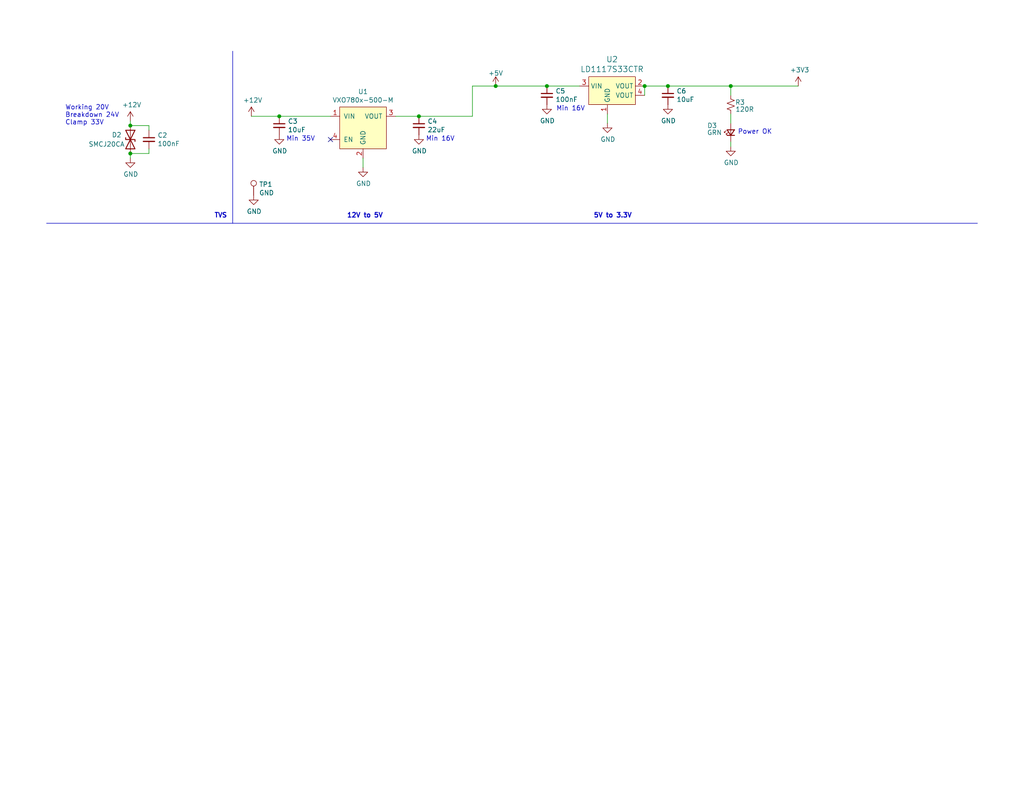
<source format=kicad_sch>
(kicad_sch (version 20230121) (generator eeschema)
  (paper "USLetter")
  (title_block (title "Dingo_PDM") (date "2023-04-01") (rev "v5") (comment 3 "github.com/corygrant") (comment 4 "Cory Grant"))
  (lib_symbols
    (symbol "CUI_Regulators:VXO780x-500-M" (pin_names (offset 1.016))
      (property "Reference" "U" (at 3.81 -7.62 0))
      (property "Value" "VXO780x-500-M" (at 0 6.35 0))
      (symbol "VXO780x-500-M_0_1"
        (rectangle (start -6.35 5.08) (end 6.35 -6.35) (fill (type background)))
      )
      (symbol "VXO780x-500-M_1_1"
        (pin power_in line (at -8.89 2.54 0) (length 2.54) (name "VIN") (number "1"))
        (pin power_in line (at 0 -8.89 90) (length 2.54) (name "GND") (number "2"))
        (pin power_out line (at 8.89 2.54 180) (length 2.54) (name "VOUT") (number "3"))
        (pin input line (at -8.89 -3.81 0) (length 2.54) (name "EN") (number "4"))
      )
    )
    (symbol "Connector:TestPoint" (pin_numbers hide) (pin_names (offset 0.762) hide)
      (property "Reference" "TP" (at 0 6.858 0))
      (property "Value" "TestPoint" (at 0 5.08 0))
      (symbol "TestPoint_0_1"
        (circle (center 0 3.302) (radius 0.762))
      )
      (symbol "TestPoint_1_1"
        (pin passive line (at 0 0 90) (length 2.54) (name "1") (number "1"))
      )
    )
    (symbol "Device:C_Small" (pin_numbers hide) (pin_names (offset 0.254) hide)
      (property "Reference" "C" (at 0.254 1.778 0))
      (property "Value" "C_Small" (at 0.254 -2.032 0))
      (symbol "C_Small_0_1"
        (polyline (pts (xy -1.524 -0.508) (xy 1.524 -0.508)) (stroke (width 0.3302)))
        (polyline (pts (xy -1.524 0.508) (xy 1.524 0.508)) (stroke (width 0.3048)))
      )
      (symbol "C_Small_1_1"
        (pin passive line (at 0 2.54 270) (length 2.032) (name "~") (number "1"))
        (pin passive line (at 0 -2.54 90) (length 2.032) (name "~") (number "2"))
      )
    )
    (symbol "Device:D_TVS" (pin_numbers hide) (pin_names (offset 1.016) hide)
      (property "Reference" "D" (at 0 2.54 0))
      (property "Value" "D_TVS" (at 0 -2.54 0))
      (symbol "D_TVS_0_1"
        (polyline (pts (xy 1.27 0) (xy -1.27 0)))
        (polyline (pts (xy 0.508 1.27) (xy 0 1.27) (xy 0 -1.27) (xy -0.508 -1.27)) (stroke (width 0.254)))
        (polyline (pts (xy -2.54 1.27) (xy -2.54 -1.27) (xy 2.54 1.27) (xy 2.54 -1.27) (xy -2.54 1.27)) (stroke (width 0.254)))
      )
      (symbol "D_TVS_1_1"
        (pin passive line (at -3.81 0 0) (length 2.54) (name "A1") (number "1"))
        (pin passive line (at 3.81 0 180) (length 2.54) (name "A2") (number "2"))
      )
    )
    (symbol "Device:LED_Small" (pin_numbers hide) (pin_names (offset 0.254) hide)
      (property "Reference" "D" (at -1.27 3.175 0))
      (property "Value" "LED_Small" (at -4.445 -2.54 0))
      (symbol "LED_Small_0_1"
        (polyline (pts (xy -0.762 -1.016) (xy -0.762 1.016)) (stroke (width 0.254)))
        (polyline (pts (xy 1.016 0) (xy -0.762 0)))
        (polyline (pts (xy 0.762 -1.016) (xy -0.762 0) (xy 0.762 1.016) (xy 0.762 -1.016)) (stroke (width 0.254)))
        (polyline (pts (xy 0 0.762) (xy -0.508 1.27) (xy -0.254 1.27) (xy -0.508 1.27) (xy -0.508 1.016)))
        (polyline (pts (xy 0.508 1.27) (xy 0 1.778) (xy 0.254 1.778) (xy 0 1.778) (xy 0 1.524)))
      )
      (symbol "LED_Small_1_1"
        (pin passive line (at -2.54 0 0) (length 1.778) (name "K") (number "1"))
        (pin passive line (at 2.54 0 180) (length 1.778) (name "A") (number "2"))
      )
    )
    (symbol "Device:R_Small_US" (pin_numbers hide) (pin_names (offset 0.254) hide)
      (property "Reference" "R" (at 0.762 0.508 0))
      (property "Value" "R_Small_US" (at 0.762 -1.016 0))
      (symbol "R_Small_US_1_1"
        (polyline (pts (xy 0 0) (xy 1.016 -0.381) (xy 0 -0.762) (xy -1.016 -1.143) (xy 0 -1.524)))
        (polyline (pts (xy 0 1.524) (xy 1.016 1.143) (xy 0 0.762) (xy -1.016 0.381) (xy 0 0)))
        (pin passive line (at 0 2.54 270) (length 1.016) (name "~") (number "1"))
        (pin passive line (at 0 -2.54 90) (length 1.016) (name "~") (number "2"))
      )
    )
    (symbol "dk_PMIC-Voltage-Regulators-Linear:LD1117S33CTR"
      (property "Reference" "U" (at 1.27 3.81 0))
      (property "Value" "LD1117S33CTR" (at 1.27 6.35 0))
      (symbol "LD1117S33CTR_1_1"
        (rectangle (start -5.08 2.54) (end 7.62 -5.08) (fill (type background)))
        (pin power_in line (at 0 -7.62 90) (length 2.54) (name "GND") (number "1"))
        (pin power_out line (at 10.16 0 180) (length 2.54) (name "VOUT") (number "2"))
        (pin power_in line (at -7.62 0 0) (length 2.54) (name "VIN") (number "3"))
        (pin power_out line (at 10.16 -2.54 180) (length 2.54) (name "VOUT") (number "4"))
      )
    )
    (symbol "power:+12V" (power) (pin_names (offset 0))
      (property "Value" "+12V" (at 0 3.556 0))
      (symbol "+12V_0_1"
        (polyline (pts (xy -0.762 1.27) (xy 0 2.54)))
        (polyline (pts (xy 0 0) (xy 0 2.54)))
        (polyline (pts (xy 0 2.54) (xy 0.762 1.27)))
      )
      (symbol "+12V_1_1"
        (pin power_in line (at 0 0 90) (length 0) hide (name "+12V") (number "1"))
      )
    )
    (symbol "power:+3V3" (power) (pin_names (offset 0))
      (property "Value" "+3V3" (at 0 3.556 0))
      (symbol "+3V3_0_1"
        (polyline (pts (xy -0.762 1.27) (xy 0 2.54)))
        (polyline (pts (xy 0 0) (xy 0 2.54)))
        (polyline (pts (xy 0 2.54) (xy 0.762 1.27)))
      )
      (symbol "+3V3_1_1"
        (pin power_in line (at 0 0 90) (length 0) hide (name "+3V3") (number "1"))
      )
    )
    (symbol "power:+5V" (power) (pin_names (offset 0))
      (property "Value" "+5V" (at 0 3.556 0))
      (symbol "+5V_0_1"
        (polyline (pts (xy -0.762 1.27) (xy 0 2.54)))
        (polyline (pts (xy 0 0) (xy 0 2.54)))
        (polyline (pts (xy 0 2.54) (xy 0.762 1.27)))
      )
      (symbol "+5V_1_1"
        (pin power_in line (at 0 0 90) (length 0) hide (name "+5V") (number "1"))
      )
    )
    (symbol "power:GND" (power) (pin_names (offset 0))
      (property "Value" "GND" (at 0 -3.81 0))
      (symbol "GND_0_1"
        (polyline (pts (xy 0 0) (xy 0 -1.27) (xy 1.27 -1.27) (xy 0 -2.54) (xy -1.27 -1.27) (xy 0 -1.27)))
      )
      (symbol "GND_1_1"
        (pin power_in line (at 0 0 270) (length 0) hide (name "GND") (number "1"))
      )
    )
  )
  (junction (at 35.56 41.91))
  (junction (at 175.895 23.495))
  (junction (at 199.39 23.495))
  (junction (at 135.255 23.495))
  (junction (at 114.3 31.75))
  (junction (at 149.225 23.495))
  (junction (at 76.2 31.75))
  (junction (at 35.56 34.29))
  (junction (at 182.245 23.495))
  (no_connect (at 90.17 38.1))
  (wire (pts (xy 35.56 41.91) (xy 40.64 41.91)))
  (wire (pts (xy 107.95 31.75) (xy 114.3 31.75)))
  (polyline (pts (xy 12.7 60.96) (xy 266.7 60.96)))
  (wire (pts (xy 128.905 31.75) (xy 128.905 23.495)))
  (polyline (pts (xy 63.5 13.97) (xy 63.5 60.96)))
  (wire (pts (xy 114.3 31.75) (xy 128.905 31.75)))
  (wire (pts (xy 175.895 26.035) (xy 175.895 23.495)))
  (wire (pts (xy 199.39 31.115) (xy 199.39 33.655)))
  (wire (pts (xy 175.895 23.495) (xy 182.245 23.495)))
  (wire (pts (xy 35.56 34.29) (xy 40.64 34.29)))
  (wire (pts (xy 76.2 31.75) (xy 90.17 31.75)))
  (wire (pts (xy 158.115 23.495) (xy 149.225 23.495)))
  (wire (pts (xy 68.58 31.75) (xy 76.2 31.75)))
  (wire (pts (xy 199.39 23.495) (xy 217.805 23.495)))
  (wire (pts (xy 40.64 34.29) (xy 40.64 35.56)))
  (wire (pts (xy 199.39 40.005) (xy 199.39 38.735)))
  (wire (pts (xy 199.39 23.495) (xy 199.39 26.035)))
  (wire (pts (xy 135.255 23.495) (xy 149.225 23.495)))
  (wire (pts (xy 128.905 23.495) (xy 135.255 23.495)))
  (wire (pts (xy 99.06 43.18) (xy 99.06 45.72)))
  (wire (pts (xy 35.56 33.02) (xy 35.56 34.29)))
  (wire (pts (xy 35.56 41.91) (xy 35.56 43.18)))
  (wire (pts (xy 165.735 33.655) (xy 165.735 31.115)))
  (wire (pts (xy 40.64 41.91) (xy 40.64 40.64)))
  (wire (pts (xy 182.245 23.495) (xy 199.39 23.495)))
  (text "Min 16V" (at 116.205 38.735 0) (effects (font (size 1.27 1.27)) (justify left bottom)))
  (text "TVS" (at 58.42 59.69 0) (effects (font (size 1.27 1.27) (thickness 0.254) bold) (justify left bottom)))
  (text "Min 35V" (at 78.105 38.735 0) (effects (font (size 1.27 1.27)) (justify left bottom)))
  (text "Power OK" (at 201.295 36.83 0) (effects (font (size 1.27 1.27)) (justify left bottom)))
  (text "5V to 3.3V" (at 161.925 59.69 0) (effects (font (size 1.27 1.27) (thickness 0.254) bold) (justify left bottom)))
  (text "12V to 5V" (at 94.615 59.69 0) (effects (font (size 1.27 1.27) (thickness 0.254) bold) (justify left bottom)))
  (text "Min 16V" (at 151.765 30.48 0) (effects (font (size 1.27 1.27)) (justify left bottom)))
  (text "Working 20V\nBreakdown 24V\nClamp 33V" (at 17.78 34.29 0) (effects (font (size 1.27 1.27)) (justify left bottom)))
  (symbol (lib_id "power:+12V") (at 68.58 31.75 0) (unit 1)
    (property "Reference" "#PWR07" (effects hide))
    (property "Value" "+12V" (at 68.961 27.3558 0))
  )
  (symbol (lib_id "power:GND") (at 99.06 45.72 0) (unit 1)
    (property "Reference" "#PWR010" (effects hide))
    (property "Value" "GND" (at 99.187 50.1142 0))
  )
  (symbol (lib_id "power:GND") (at 35.56 43.18 0) (unit 1)
    (property "Reference" "#PWR06" (effects hide))
    (property "Value" "GND" (at 35.687 47.5742 0))
  )
  (symbol (lib_id "power:+12V") (at 35.56 33.02 0) (unit 1)
    (property "Reference" "#PWR05" (effects hide))
    (property "Value" "+12V" (at 35.941 28.6258 0))
  )
  (symbol (lib_id "Device:D_TVS") (at 35.56 38.1 270) (unit 1)
    (property "Reference" "D2" (at 30.48 36.83 90) (effects (justify left)))
    (property "Value" "SMCJ20CA" (at 24.13 39.37 90) (effects (justify left)))
    (property "Footprint" "digikey-footprints:DO-214AB_TVS" (effects hide))
    (property "Digi-Key_PN" "SMCJ20CABCT-ND" (effects hide))
    (property "LCSC" "C2760132" (effects hide))
  )
  (symbol (lib_id "Device:C_Small") (at 40.64 38.1 0) (unit 1)
    (property "Reference" "C2" (at 42.9768 36.9316 0) (effects (justify left)))
    (property "Value" "100nF" (at 42.9768 39.243 0) (effects (justify left)))
    (property "Footprint" "Capacitor_SMD:C_0805_2012Metric" (effects hide))
    (property "Digi-Key_PN" "478-1395-1-ND" (effects hide))
    (property "LCSC" "C49678" (effects hide))
  )
  (symbol (lib_id "CUI_Regulators:VXO780x-500-M") (at 99.06 34.29 0) (unit 1)
    (property "Reference" "U1" (at 99.06 25.019 0))
    (property "Value" "VXO780x-500-M" (at 99.06 27.3304 0))
    (property "Footprint" "CUI_Regulators:VXO78x-500-M" (effects hide))
    (property "Digi-Key_PN" "102-VXO7805-500-M-CT-ND" (effects hide))
  )
  (symbol (lib_id "Device:C_Small") (at 76.2 34.29 0) (unit 1)
    (property "Reference" "C3" (at 78.5368 33.1216 0) (effects (justify left)))
    (property "Value" "10uF" (at 78.5368 35.433 0) (effects (justify left)))
    (property "Footprint" "Capacitor_SMD:C_0805_2012Metric" (effects hide))
    (property "Digi-Key_PN" "445-11516-1-ND" (effects hide))
    (property "LCSC" "C15850" (effects hide))
  )
  (symbol (lib_id "Device:C_Small") (at 114.3 34.29 0) (unit 1)
    (property "Reference" "C4" (at 116.6368 33.1216 0) (effects (justify left)))
    (property "Value" "22uF" (at 116.6368 35.433 0) (effects (justify left)))
    (property "Footprint" "Capacitor_SMD:C_0805_2012Metric" (effects hide))
    (property "Digi-Key_PN" "490-10749-1-ND" (effects hide))
    (property "LCSC" "C45783" (effects hide))
  )
  (symbol (lib_id "power:GND") (at 114.3 36.83 0) (unit 1)
    (property "Reference" "#PWR011" (effects hide))
    (property "Value" "GND" (at 114.427 41.2242 0))
  )
  (symbol (lib_id "power:GND") (at 76.2 36.83 0) (unit 1)
    (property "Reference" "#PWR09" (effects hide))
    (property "Value" "GND" (at 76.327 41.2242 0))
  )
  (symbol (lib_id "dk_PMIC-Voltage-Regulators-Linear:LD1117S33CTR") (at 165.735 23.495 0) (unit 1)
    (property "Reference" "U2" (at 167.005 16.2052 0) (effects (font (size 1.524 1.524))))
    (property "Value" "LD1117S33CTR" (at 167.005 18.8976 0) (effects (font (size 1.524 1.524))))
    (property "Footprint" "digikey-footprints:SOT-223" (effects hide))
    (property "Digi-Key_PN" "497-1241-1-ND" (effects hide))
    (property "LCSC" "C35879" (effects hide))
  )
  (symbol (lib_id "Device:C_Small") (at 149.225 26.035 0) (unit 1)
    (property "Reference" "C5" (at 151.5618 24.8666 0) (effects (justify left)))
    (property "Value" "100nF" (at 151.5618 27.178 0) (effects (justify left)))
    (property "Footprint" "Capacitor_SMD:C_0805_2012Metric" (effects hide))
    (property "Digi-Key_PN" "478-1395-1-ND" (effects hide))
    (property "LCSC" "C49678" (effects hide))
  )
  (symbol (lib_id "power:+3V3") (at 217.805 23.495 0) (unit 1)
    (property "Reference" "#PWR017" (effects hide))
    (property "Value" "+3V3" (at 218.186 19.1008 0))
  )
  (symbol (lib_id "Device:C_Small") (at 182.245 26.035 0) (unit 1)
    (property "Reference" "C6" (at 184.5818 24.8666 0) (effects (justify left)))
    (property "Value" "10uF" (at 184.5818 27.178 0) (effects (justify left)))
    (property "Footprint" "Capacitor_SMD:C_0805_2012Metric" (effects hide))
    (property "Digi-Key_PN" "445-11516-1-ND" (effects hide))
    (property "LCSC" "C15850" (effects hide))
  )
  (symbol (lib_id "power:GND") (at 165.735 33.655 0) (unit 1)
    (property "Reference" "#PWR014" (effects hide))
    (property "Value" "GND" (at 165.862 38.0492 0))
  )
  (symbol (lib_id "power:GND") (at 149.225 28.575 0) (unit 1)
    (property "Reference" "#PWR013" (effects hide))
    (property "Value" "GND" (at 149.352 32.9692 0))
  )
  (symbol (lib_id "power:GND") (at 182.245 28.575 0) (unit 1)
    (property "Reference" "#PWR015" (effects hide))
    (property "Value" "GND" (at 182.372 32.9692 0))
  )
  (symbol (lib_id "Connector:TestPoint") (at 69.215 53.34 0) (unit 1)
    (property "Reference" "TP1" (at 70.6882 50.3428 0) (effects (justify left)))
    (property "Value" "GND" (at 70.6882 52.6542 0) (effects (justify left)))
    (property "Footprint" "TestPoint:TestPoint_Keystone_5000-5004_Miniature" (effects hide))
  )
  (symbol (lib_id "power:GND") (at 69.215 53.34 0) (unit 1)
    (property "Reference" "#PWR08" (effects hide))
    (property "Value" "GND" (at 69.342 57.7342 0))
  )
  (symbol (lib_id "Device:LED_Small") (at 199.39 36.195 90) (unit 1)
    (property "Reference" "D3" (at 194.31 34.29 90))
    (property "Value" "GRN" (at 194.945 36.195 90))
    (property "Footprint" "LED_SMD:LED_0805_2012Metric" (effects hide))
    (property "Digi-Key_PN" "475-1410-1-ND" (effects hide))
    (property "LCSC" "C2899888" (effects hide))
  )
  (symbol (lib_id "Device:R_Small_US") (at 199.39 28.575 180) (unit 1)
    (property "Reference" "R3" (at 201.93 27.94 0))
    (property "Value" "120R" (at 203.2 29.845 0))
    (property "Footprint" "Resistor_SMD:R_0805_2012Metric" (effects hide))
    (property "Digi-Key_PN" "311-100CRCT-ND" (effects hide))
  )
  (symbol (lib_id "power:GND") (at 199.39 40.005 0) (unit 1)
    (property "Reference" "#PWR016" (effects hide))
    (property "Value" "GND" (at 199.517 44.3992 0))
  )
  (symbol (lib_id "power:+5V") (at 135.255 23.495 0) (unit 1)
    (property "Reference" "#PWR012" (effects hide))
    (property "Value" "+5V" (at 135.255 19.9931 0))
  )
)
</source>
